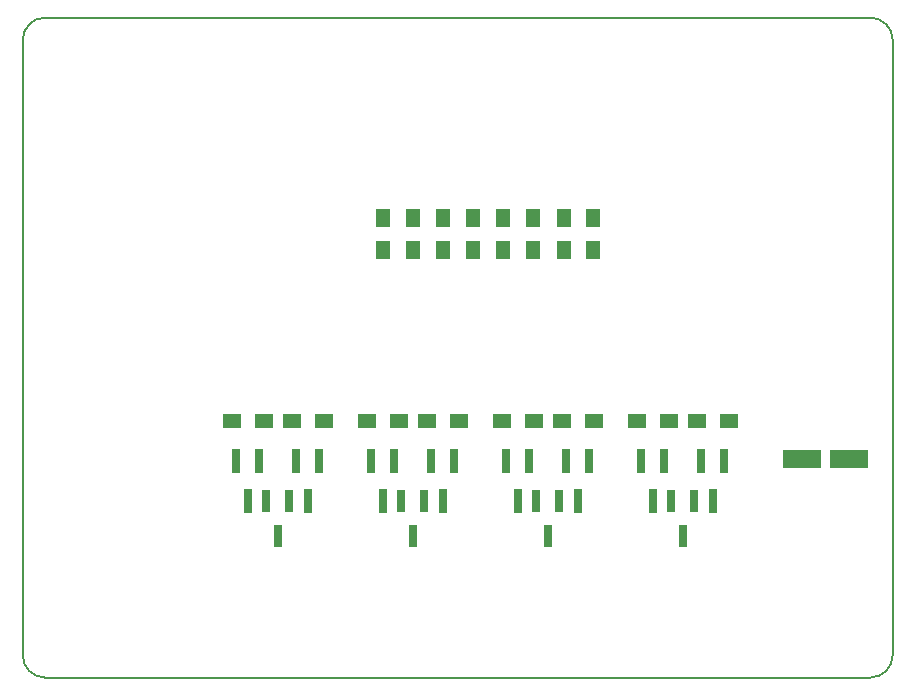
<source format=gbr>
%TF.GenerationSoftware,KiCad,Pcbnew,4.0.7*%
%TF.CreationDate,2018-09-29T23:18:57-06:00*%
%TF.ProjectId,valve_testing,76616C76655F74657374696E672E6B69,rev?*%
%TF.FileFunction,Paste,Bot*%
%FSLAX46Y46*%
G04 Gerber Fmt 4.6, Leading zero omitted, Abs format (unit mm)*
G04 Created by KiCad (PCBNEW 4.0.7) date Saturday, September 29, 2018 'PMt' 11:18:57 PM*
%MOMM*%
%LPD*%
G01*
G04 APERTURE LIST*
%ADD10C,0.150000*%
%ADD11R,0.700000X2.000000*%
%ADD12R,1.300000X1.500000*%
%ADD13R,3.200000X1.500000*%
%ADD14R,0.800000X1.900000*%
%ADD15R,1.500000X1.300000*%
G04 APERTURE END LIST*
D10*
X157480000Y-51435000D02*
X157480000Y-50165000D01*
X83820000Y-51435000D02*
X83820000Y-50165000D01*
X83820000Y-100965000D02*
X83820000Y-102235000D01*
X157480000Y-101092000D02*
X157480000Y-102235000D01*
X83820000Y-51435000D02*
X83820000Y-100965000D01*
X157480000Y-51435000D02*
X157480000Y-101092000D01*
X83820000Y-102235000D02*
G75*
G03X85725000Y-104140000I1905000J0D01*
G01*
X85725000Y-48260000D02*
G75*
G03X83820000Y-50165000I0J-1905000D01*
G01*
X157480000Y-50165000D02*
G75*
G03X155575000Y-48260000I-1905000J0D01*
G01*
X155575000Y-104140000D02*
G75*
G03X157480000Y-102235000I0J1905000D01*
G01*
X155575000Y-48260000D02*
X85725000Y-48260000D01*
X85725000Y-104140000D02*
X155575000Y-104140000D01*
D11*
X113350000Y-85803000D03*
X115250000Y-85803000D03*
X114300000Y-89203000D03*
D12*
X129667000Y-65198000D03*
X129667000Y-67898000D03*
X114300000Y-65198000D03*
X114300000Y-67898000D03*
X116840000Y-65198000D03*
X116840000Y-67898000D03*
X119380000Y-65198000D03*
X119380000Y-67898000D03*
X121920000Y-65198000D03*
X121920000Y-67898000D03*
X124460000Y-65198000D03*
X124460000Y-67898000D03*
X127000000Y-65198000D03*
X127000000Y-67898000D03*
D13*
X149765000Y-85598000D03*
X153765000Y-85598000D03*
D12*
X132080000Y-65198000D03*
X132080000Y-67898000D03*
D14*
X104460000Y-89178000D03*
X106360000Y-89178000D03*
X105410000Y-92178000D03*
X115890000Y-89178000D03*
X117790000Y-89178000D03*
X116840000Y-92178000D03*
X127320000Y-89178000D03*
X129220000Y-89178000D03*
X128270000Y-92178000D03*
X138750000Y-89178000D03*
X140650000Y-89178000D03*
X139700000Y-92178000D03*
D11*
X101920000Y-85803000D03*
X103820000Y-85803000D03*
X102870000Y-89203000D03*
X107000000Y-85803000D03*
X108900000Y-85803000D03*
X107950000Y-89203000D03*
X118430000Y-85803000D03*
X120330000Y-85803000D03*
X119380000Y-89203000D03*
X124780000Y-85803000D03*
X126680000Y-85803000D03*
X125730000Y-89203000D03*
X129860000Y-85803000D03*
X131760000Y-85803000D03*
X130810000Y-89203000D03*
X136210000Y-85803000D03*
X138110000Y-85803000D03*
X137160000Y-89203000D03*
X141290000Y-85803000D03*
X143190000Y-85803000D03*
X142240000Y-89203000D03*
D15*
X101520000Y-82423000D03*
X104220000Y-82423000D03*
X109300000Y-82423000D03*
X106600000Y-82423000D03*
X112950000Y-82423000D03*
X115650000Y-82423000D03*
X120730000Y-82423000D03*
X118030000Y-82423000D03*
X124380000Y-82423000D03*
X127080000Y-82423000D03*
X132160000Y-82423000D03*
X129460000Y-82423000D03*
X135810000Y-82423000D03*
X138510000Y-82423000D03*
X143590000Y-82423000D03*
X140890000Y-82423000D03*
M02*

</source>
